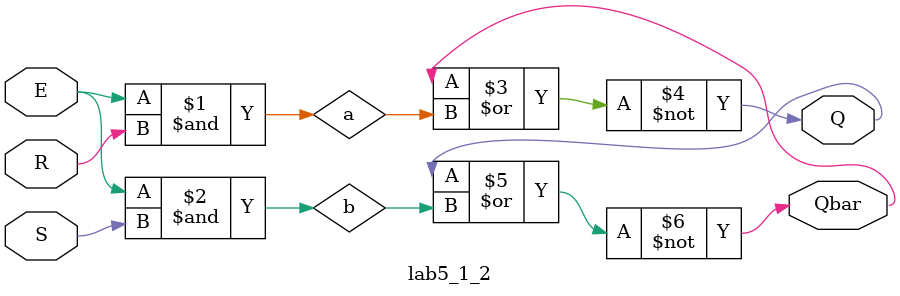
<source format=v>
`timescale 1ns / 1ps


module lab5_1_2(
    input S,
    input R,
    input E,
    output Q,
    output Qbar
    );
    wire a,b;
    assign #2 a=E&R;
    assign #2 b=E&S;
    assign #2 Q=~(Qbar | a);
    assign #2 Qbar=~(Q | b);
endmodule

</source>
